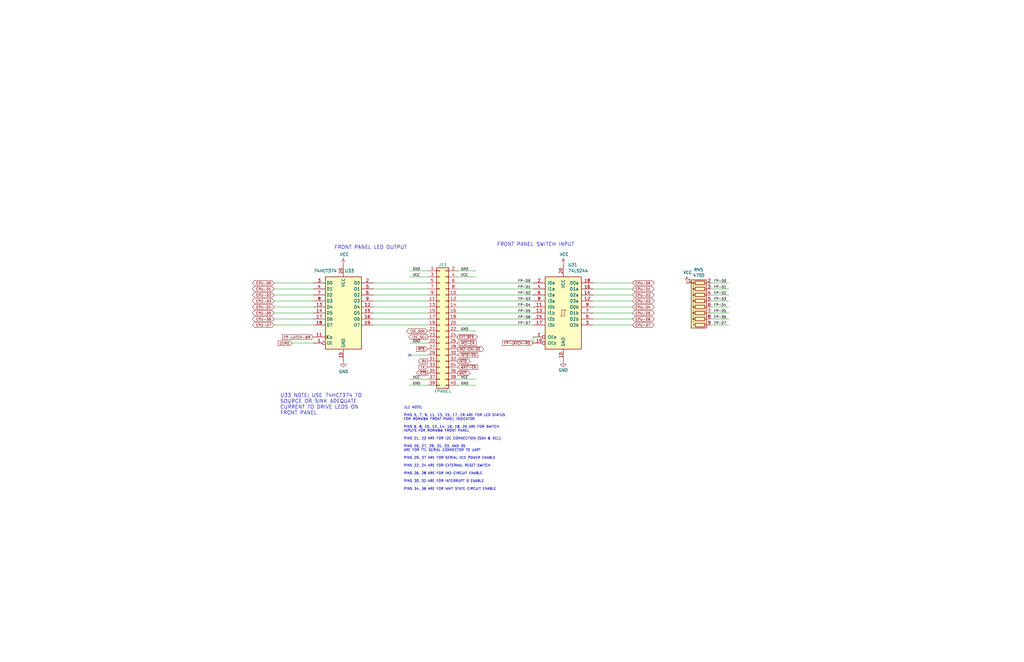
<source format=kicad_sch>
(kicad_sch (version 20211123) (generator eeschema)
  (paper "B")
  (lib_symbols
    (symbol "74xx:74HCT374"
      (property "Reference" "U" (at -7.62 16.51 0))
      (property "Value" "74HCT374" (at -7.62 -16.51 0))
      (symbol "74HCT374_1_0"
        (pin input inverted (at -12.7 -12.7 0) (length 5.08) (name "OE") (number "1"))
        (pin power_in line (at 0 -20.32 90) (length 5.08) (name "GND") (number "10"))
        (pin input clock (at -12.7 -10.16 0) (length 5.08) (name "Cp") (number "11"))
        (pin tri_state line (at 12.7 2.54 180) (length 5.08) (name "O4") (number "12"))
        (pin input line (at -12.7 2.54 0) (length 5.08) (name "D4") (number "13"))
        (pin input line (at -12.7 0 0) (length 5.08) (name "D5") (number "14"))
        (pin tri_state line (at 12.7 0 180) (length 5.08) (name "O5") (number "15"))
        (pin tri_state line (at 12.7 -2.54 180) (length 5.08) (name "O6") (number "16"))
        (pin input line (at -12.7 -2.54 0) (length 5.08) (name "D6") (number "17"))
        (pin input line (at -12.7 -5.08 0) (length 5.08) (name "D7") (number "18"))
        (pin tri_state line (at 12.7 -5.08 180) (length 5.08) (name "O7") (number "19"))
        (pin tri_state line (at 12.7 12.7 180) (length 5.08) (name "O0") (number "2"))
        (pin power_in line (at 0 20.32 270) (length 5.08) (name "VCC") (number "20"))
        (pin input line (at -12.7 12.7 0) (length 5.08) (name "D0") (number "3"))
        (pin input line (at -12.7 10.16 0) (length 5.08) (name "D1") (number "4"))
        (pin tri_state line (at 12.7 10.16 180) (length 5.08) (name "O1") (number "5"))
        (pin tri_state line (at 12.7 7.62 180) (length 5.08) (name "O2") (number "6"))
        (pin input line (at -12.7 7.62 0) (length 5.08) (name "D2") (number "7"))
        (pin input line (at -12.7 5.08 0) (length 5.08) (name "D3") (number "8"))
        (pin tri_state line (at 12.7 5.08 180) (length 5.08) (name "O3") (number "9"))
      )
      (symbol "74HCT374_1_1"
        (rectangle (start -7.62 15.24) (end 7.62 -15.24) (stroke (width 0.254)) (fill (type background)))
      )
    )
    (symbol "74xx:74LS244" (pin_names (offset 1.016))
      (property "Reference" "U" (at -7.62 16.51 0))
      (property "Value" "74LS244" (at -7.62 -16.51 0))
      (symbol "74LS244_1_0"
        (polyline (pts (xy -0.635 -1.27) (xy -0.635 1.27) (xy 0.635 1.27)))
        (polyline (pts (xy -1.27 -1.27) (xy 0.635 -1.27) (xy 0.635 1.27) (xy 1.27 1.27)))
        (pin input inverted (at -12.7 -10.16 0) (length 5.08) (name "OEa") (number "1"))
        (pin power_in line (at 0 -20.32 90) (length 5.08) (name "GND") (number "10"))
        (pin input line (at -12.7 2.54 0) (length 5.08) (name "I0b") (number "11"))
        (pin tri_state line (at 12.7 5.08 180) (length 5.08) (name "O3a") (number "12"))
        (pin input line (at -12.7 0 0) (length 5.08) (name "I1b") (number "13"))
        (pin tri_state line (at 12.7 7.62 180) (length 5.08) (name "O2a") (number "14"))
        (pin input line (at -12.7 -2.54 0) (length 5.08) (name "I2b") (number "15"))
        (pin tri_state line (at 12.7 10.16 180) (length 5.08) (name "O1a") (number "16"))
        (pin input line (at -12.7 -5.08 0) (length 5.08) (name "I3b") (number "17"))
        (pin tri_state line (at 12.7 12.7 180) (length 5.08) (name "O0a") (number "18"))
        (pin input inverted (at -12.7 -12.7 0) (length 5.08) (name "OEb") (number "19"))
        (pin input line (at -12.7 12.7 0) (length 5.08) (name "I0a") (number "2"))
        (pin power_in line (at 0 20.32 270) (length 5.08) (name "VCC") (number "20"))
        (pin tri_state line (at 12.7 -5.08 180) (length 5.08) (name "O3b") (number "3"))
        (pin input line (at -12.7 10.16 0) (length 5.08) (name "I1a") (number "4"))
        (pin tri_state line (at 12.7 -2.54 180) (length 5.08) (name "O2b") (number "5"))
        (pin input line (at -12.7 7.62 0) (length 5.08) (name "I2a") (number "6"))
        (pin tri_state line (at 12.7 0 180) (length 5.08) (name "O1b") (number "7"))
        (pin input line (at -12.7 5.08 0) (length 5.08) (name "I3a") (number "8"))
        (pin tri_state line (at 12.7 2.54 180) (length 5.08) (name "O0b") (number "9"))
      )
      (symbol "74LS244_1_1"
        (rectangle (start -7.62 15.24) (end 7.62 -15.24) (stroke (width 0.254)) (fill (type background)))
      )
    )
    (symbol "Connector_Generic:Conn_02x20_Odd_Even" (pin_names (offset 1.016) hide)
      (property "Reference" "J" (at 1.27 25.4 0))
      (property "Value" "Conn_02x20_Odd_Even" (at 1.27 -27.94 0))
      (symbol "Conn_02x20_Odd_Even_1_1"
        (rectangle (start -1.27 -25.273) (end 0 -25.527) (stroke (width 0.1524)))
        (rectangle (start -1.27 -22.733) (end 0 -22.987) (stroke (width 0.1524)))
        (rectangle (start -1.27 -20.193) (end 0 -20.447) (stroke (width 0.1524)))
        (rectangle (start -1.27 -17.653) (end 0 -17.907) (stroke (width 0.1524)))
        (rectangle (start -1.27 -15.113) (end 0 -15.367) (stroke (width 0.1524)))
        (rectangle (start -1.27 -12.573) (end 0 -12.827) (stroke (width 0.1524)))
        (rectangle (start -1.27 -10.033) (end 0 -10.287) (stroke (width 0.1524)))
        (rectangle (start -1.27 -7.493) (end 0 -7.747) (stroke (width 0.1524)))
        (rectangle (start -1.27 -4.953) (end 0 -5.207) (stroke (width 0.1524)))
        (rectangle (start -1.27 -2.413) (end 0 -2.667) (stroke (width 0.1524)))
        (rectangle (start -1.27 0.127) (end 0 -0.127) (stroke (width 0.1524)))
        (rectangle (start -1.27 2.667) (end 0 2.413) (stroke (width 0.1524)))
        (rectangle (start -1.27 5.207) (end 0 4.953) (stroke (width 0.1524)))
        (rectangle (start -1.27 7.747) (end 0 7.493) (stroke (width 0.1524)))
        (rectangle (start -1.27 10.287) (end 0 10.033) (stroke (width 0.1524)))
        (rectangle (start -1.27 12.827) (end 0 12.573) (stroke (width 0.1524)))
        (rectangle (start -1.27 15.367) (end 0 15.113) (stroke (width 0.1524)))
        (rectangle (start -1.27 17.907) (end 0 17.653) (stroke (width 0.1524)))
        (rectangle (start -1.27 20.447) (end 0 20.193) (stroke (width 0.1524)))
        (rectangle (start -1.27 22.987) (end 0 22.733) (stroke (width 0.1524)))
        (rectangle (start -1.27 24.13) (end 3.81 -26.67) (stroke (width 0.254)) (fill (type background)))
        (rectangle (start 3.81 -25.273) (end 2.54 -25.527) (stroke (width 0.1524)))
        (rectangle (start 3.81 -22.733) (end 2.54 -22.987) (stroke (width 0.1524)))
        (rectangle (start 3.81 -20.193) (end 2.54 -20.447) (stroke (width 0.1524)))
        (rectangle (start 3.81 -17.653) (end 2.54 -17.907) (stroke (width 0.1524)))
        (rectangle (start 3.81 -15.113) (end 2.54 -15.367) (stroke (width 0.1524)))
        (rectangle (start 3.81 -12.573) (end 2.54 -12.827) (stroke (width 0.1524)))
        (rectangle (start 3.81 -10.033) (end 2.54 -10.287) (stroke (width 0.1524)))
        (rectangle (start 3.81 -7.493) (end 2.54 -7.747) (stroke (width 0.1524)))
        (rectangle (start 3.81 -4.953) (end 2.54 -5.207) (stroke (width 0.1524)))
        (rectangle (start 3.81 -2.413) (end 2.54 -2.667) (stroke (width 0.1524)))
        (rectangle (start 3.81 0.127) (end 2.54 -0.127) (stroke (width 0.1524)))
        (rectangle (start 3.81 2.667) (end 2.54 2.413) (stroke (width 0.1524)))
        (rectangle (start 3.81 5.207) (end 2.54 4.953) (stroke (width 0.1524)))
        (rectangle (start 3.81 7.747) (end 2.54 7.493) (stroke (width 0.1524)))
        (rectangle (start 3.81 10.287) (end 2.54 10.033) (stroke (width 0.1524)))
        (rectangle (start 3.81 12.827) (end 2.54 12.573) (stroke (width 0.1524)))
        (rectangle (start 3.81 15.367) (end 2.54 15.113) (stroke (width 0.1524)))
        (rectangle (start 3.81 17.907) (end 2.54 17.653) (stroke (width 0.1524)))
        (rectangle (start 3.81 20.447) (end 2.54 20.193) (stroke (width 0.1524)))
        (rectangle (start 3.81 22.987) (end 2.54 22.733) (stroke (width 0.1524)))
        (pin passive line (at -5.08 22.86 0) (length 3.81) (name "Pin_1") (number "1"))
        (pin passive line (at 7.62 12.7 180) (length 3.81) (name "Pin_10") (number "10"))
        (pin passive line (at -5.08 10.16 0) (length 3.81) (name "Pin_11") (number "11"))
        (pin passive line (at 7.62 10.16 180) (length 3.81) (name "Pin_12") (number "12"))
        (pin passive line (at -5.08 7.62 0) (length 3.81) (name "Pin_13") (number "13"))
        (pin passive line (at 7.62 7.62 180) (length 3.81) (name "Pin_14") (number "14"))
        (pin passive line (at -5.08 5.08 0) (length 3.81) (name "Pin_15") (number "15"))
        (pin passive line (at 7.62 5.08 180) (length 3.81) (name "Pin_16") (number "16"))
        (pin passive line (at -5.08 2.54 0) (length 3.81) (name "Pin_17") (number "17"))
        (pin passive line (at 7.62 2.54 180) (length 3.81) (name "Pin_18") (number "18"))
        (pin passive line (at -5.08 0 0) (length 3.81) (name "Pin_19") (number "19"))
        (pin passive line (at 7.62 22.86 180) (length 3.81) (name "Pin_2") (number "2"))
        (pin passive line (at 7.62 0 180) (length 3.81) (name "Pin_20") (number "20"))
        (pin passive line (at -5.08 -2.54 0) (length 3.81) (name "Pin_21") (number "21"))
        (pin passive line (at 7.62 -2.54 180) (length 3.81) (name "Pin_22") (number "22"))
        (pin passive line (at -5.08 -5.08 0) (length 3.81) (name "Pin_23") (number "23"))
        (pin passive line (at 7.62 -5.08 180) (length 3.81) (name "Pin_24") (number "24"))
        (pin passive line (at -5.08 -7.62 0) (length 3.81) (name "Pin_25") (number "25"))
        (pin passive line (at 7.62 -7.62 180) (length 3.81) (name "Pin_26") (number "26"))
        (pin passive line (at -5.08 -10.16 0) (length 3.81) (name "Pin_27") (number "27"))
        (pin passive line (at 7.62 -10.16 180) (length 3.81) (name "Pin_28") (number "28"))
        (pin passive line (at -5.08 -12.7 0) (length 3.81) (name "Pin_29") (number "29"))
        (pin passive line (at -5.08 20.32 0) (length 3.81) (name "Pin_3") (number "3"))
        (pin passive line (at 7.62 -12.7 180) (length 3.81) (name "Pin_30") (number "30"))
        (pin passive line (at -5.08 -15.24 0) (length 3.81) (name "Pin_31") (number "31"))
        (pin passive line (at 7.62 -15.24 180) (length 3.81) (name "Pin_32") (number "32"))
        (pin passive line (at -5.08 -17.78 0) (length 3.81) (name "Pin_33") (number "33"))
        (pin passive line (at 7.62 -17.78 180) (length 3.81) (name "Pin_34") (number "34"))
        (pin passive line (at -5.08 -20.32 0) (length 3.81) (name "Pin_35") (number "35"))
        (pin passive line (at 7.62 -20.32 180) (length 3.81) (name "Pin_36") (number "36"))
        (pin passive line (at -5.08 -22.86 0) (length 3.81) (name "Pin_37") (number "37"))
        (pin passive line (at 7.62 -22.86 180) (length 3.81) (name "Pin_38") (number "38"))
        (pin passive line (at -5.08 -25.4 0) (length 3.81) (name "Pin_39") (number "39"))
        (pin passive line (at 7.62 20.32 180) (length 3.81) (name "Pin_4") (number "4"))
        (pin passive line (at 7.62 -25.4 180) (length 3.81) (name "Pin_40") (number "40"))
        (pin passive line (at -5.08 17.78 0) (length 3.81) (name "Pin_5") (number "5"))
        (pin passive line (at 7.62 17.78 180) (length 3.81) (name "Pin_6") (number "6"))
        (pin passive line (at -5.08 15.24 0) (length 3.81) (name "Pin_7") (number "7"))
        (pin passive line (at 7.62 15.24 180) (length 3.81) (name "Pin_8") (number "8"))
        (pin passive line (at -5.08 12.7 0) (length 3.81) (name "Pin_9") (number "9"))
      )
    )
    (symbol "Device:R_Network08" (pin_names (offset 0) hide)
      (property "Reference" "RN" (at -12.7 0 90))
      (property "Value" "R_Network08" (at 10.16 0 90))
      (symbol "R_Network08_0_1"
        (rectangle (start -11.43 -3.175) (end 8.89 3.175) (stroke (width 0.254)) (fill (type background)))
        (rectangle (start -10.922 1.524) (end -9.398 -2.54) (stroke (width 0.254)))
        (circle (center -10.16 2.286) (radius 0.254) (fill (type outline)))
        (rectangle (start -8.382 1.524) (end -6.858 -2.54) (stroke (width 0.254)))
        (circle (center -7.62 2.286) (radius 0.254) (fill (type outline)))
        (rectangle (start -5.842 1.524) (end -4.318 -2.54) (stroke (width 0.254)))
        (circle (center -5.08 2.286) (radius 0.254) (fill (type outline)))
        (rectangle (start -3.302 1.524) (end -1.778 -2.54) (stroke (width 0.254)))
        (circle (center -2.54 2.286) (radius 0.254) (fill (type outline)))
        (rectangle (start -0.762 1.524) (end 0.762 -2.54) (stroke (width 0.254)))
        (polyline (pts (xy -10.16 -2.54) (xy -10.16 -3.81)))
        (polyline (pts (xy -7.62 -2.54) (xy -7.62 -3.81)))
        (polyline (pts (xy -5.08 -2.54) (xy -5.08 -3.81)))
        (polyline (pts (xy -2.54 -2.54) (xy -2.54 -3.81)))
        (polyline (pts (xy 0 -2.54) (xy 0 -3.81)))
        (polyline (pts (xy 2.54 -2.54) (xy 2.54 -3.81)))
        (polyline (pts (xy 5.08 -2.54) (xy 5.08 -3.81)))
        (polyline (pts (xy 7.62 -2.54) (xy 7.62 -3.81)))
        (polyline (pts (xy -10.16 1.524) (xy -10.16 2.286) (xy -7.62 2.286) (xy -7.62 1.524)))
        (polyline (pts (xy -7.62 1.524) (xy -7.62 2.286) (xy -5.08 2.286) (xy -5.08 1.524)))
        (polyline (pts (xy -5.08 1.524) (xy -5.08 2.286) (xy -2.54 2.286) (xy -2.54 1.524)))
        (polyline (pts (xy -2.54 1.524) (xy -2.54 2.286) (xy 0 2.286) (xy 0 1.524)))
        (polyline (pts (xy 0 1.524) (xy 0 2.286) (xy 2.54 2.286) (xy 2.54 1.524)))
        (polyline (pts (xy 2.54 1.524) (xy 2.54 2.286) (xy 5.08 2.286) (xy 5.08 1.524)))
        (polyline (pts (xy 5.08 1.524) (xy 5.08 2.286) (xy 7.62 2.286) (xy 7.62 1.524)))
        (circle (center 0 2.286) (radius 0.254) (fill (type outline)))
        (rectangle (start 1.778 1.524) (end 3.302 -2.54) (stroke (width 0.254)))
        (circle (center 2.54 2.286) (radius 0.254) (fill (type outline)))
        (rectangle (start 4.318 1.524) (end 5.842 -2.54) (stroke (width 0.254)))
        (circle (center 5.08 2.286) (radius 0.254) (fill (type outline)))
        (rectangle (start 6.858 1.524) (end 8.382 -2.54) (stroke (width 0.254)))
      )
      (symbol "R_Network08_1_1"
        (pin passive line (at -10.16 5.08 270) (length 2.54) (name "common") (number "1"))
        (pin passive line (at -10.16 -5.08 90) (length 1.27) (name "R1") (number "2"))
        (pin passive line (at -7.62 -5.08 90) (length 1.27) (name "R2") (number "3"))
        (pin passive line (at -5.08 -5.08 90) (length 1.27) (name "R3") (number "4"))
        (pin passive line (at -2.54 -5.08 90) (length 1.27) (name "R4") (number "5"))
        (pin passive line (at 0 -5.08 90) (length 1.27) (name "R5") (number "6"))
        (pin passive line (at 2.54 -5.08 90) (length 1.27) (name "R6") (number "7"))
        (pin passive line (at 5.08 -5.08 90) (length 1.27) (name "R7") (number "8"))
        (pin passive line (at 7.62 -5.08 90) (length 1.27) (name "R8") (number "9"))
      )
    )
    (symbol "power:GND" (power) (pin_names (offset 0))
      (property "Value" "GND" (at 0 -3.81 0))
      (symbol "GND_0_1"
        (polyline (pts (xy 0 0) (xy 0 -1.27) (xy 1.27 -1.27) (xy 0 -2.54) (xy -1.27 -1.27) (xy 0 -1.27)))
      )
      (symbol "GND_1_1"
        (pin power_in line (at 0 0 270) (length 0) hide (name "GND") (number "1"))
      )
    )
    (symbol "power:VCC" (power) (pin_names (offset 0))
      (property "Value" "VCC" (at 0 3.81 0))
      (symbol "VCC_0_1"
        (polyline (pts (xy -0.762 1.27) (xy 0 2.54)))
        (polyline (pts (xy 0 0) (xy 0 2.54)))
        (polyline (pts (xy 0 2.54) (xy 0.762 1.27)))
      )
      (symbol "VCC_1_1"
        (pin power_in line (at 0 0 90) (length 0) hide (name "VCC") (number "1"))
      )
    )
  )
  (no_connect (at 172.72 149.86))
  (wire (pts (xy 193.04 114.3) (xy 200.66 114.3)))
  (wire (pts (xy 115.57 127) (xy 132.08 127)))
  (wire (pts (xy 299.72 127) (xy 307.34 127)))
  (wire (pts (xy 299.72 129.54) (xy 307.34 129.54)))
  (wire (pts (xy 250.19 121.92) (xy 266.7 121.92)))
  (wire (pts (xy 193.04 121.92) (xy 224.79 121.92)))
  (wire (pts (xy 157.48 134.62) (xy 180.34 134.62)))
  (wire (pts (xy 115.57 134.62) (xy 132.08 134.62)))
  (wire (pts (xy 193.04 124.46) (xy 224.79 124.46)))
  (wire (pts (xy 224.79 142.24) (xy 224.79 144.78)))
  (wire (pts (xy 172.72 160.02) (xy 180.34 160.02)))
  (wire (pts (xy 172.72 162.56) (xy 180.34 162.56)))
  (wire (pts (xy 172.72 114.3) (xy 180.34 114.3)))
  (wire (pts (xy 193.04 119.38) (xy 224.79 119.38)))
  (wire (pts (xy 193.04 160.02) (xy 200.66 160.02)))
  (wire (pts (xy 250.19 124.46) (xy 266.7 124.46)))
  (wire (pts (xy 115.57 129.54) (xy 132.08 129.54)))
  (wire (pts (xy 250.19 129.54) (xy 266.7 129.54)))
  (wire (pts (xy 172.72 144.78) (xy 180.34 144.78)))
  (wire (pts (xy 193.04 116.84) (xy 200.66 116.84)))
  (wire (pts (xy 172.72 116.84) (xy 180.34 116.84)))
  (wire (pts (xy 193.04 129.54) (xy 224.79 129.54)))
  (wire (pts (xy 299.72 132.08) (xy 307.34 132.08)))
  (wire (pts (xy 193.04 132.08) (xy 224.79 132.08)))
  (wire (pts (xy 115.57 124.46) (xy 132.08 124.46)))
  (wire (pts (xy 157.48 137.16) (xy 180.34 137.16)))
  (wire (pts (xy 299.72 134.62) (xy 307.34 134.62)))
  (wire (pts (xy 193.04 137.16) (xy 224.79 137.16)))
  (wire (pts (xy 157.48 124.46) (xy 180.34 124.46)))
  (wire (pts (xy 250.19 127) (xy 266.7 127)))
  (wire (pts (xy 172.72 149.86) (xy 180.34 149.86)))
  (wire (pts (xy 250.19 119.38) (xy 266.7 119.38)))
  (wire (pts (xy 157.48 121.92) (xy 180.34 121.92)))
  (wire (pts (xy 157.48 129.54) (xy 180.34 129.54)))
  (wire (pts (xy 299.72 137.16) (xy 307.34 137.16)))
  (wire (pts (xy 115.57 119.38) (xy 132.08 119.38)))
  (wire (pts (xy 193.04 162.56) (xy 200.66 162.56)))
  (wire (pts (xy 193.04 139.7) (xy 200.66 139.7)))
  (wire (pts (xy 115.57 132.08) (xy 132.08 132.08)))
  (wire (pts (xy 250.19 137.16) (xy 266.7 137.16)))
  (wire (pts (xy 115.57 137.16) (xy 132.08 137.16)))
  (wire (pts (xy 193.04 134.62) (xy 224.79 134.62)))
  (wire (pts (xy 193.04 127) (xy 224.79 127)))
  (wire (pts (xy 299.72 119.38) (xy 307.34 119.38)))
  (wire (pts (xy 157.48 127) (xy 180.34 127)))
  (wire (pts (xy 299.72 121.92) (xy 307.34 121.92)))
  (wire (pts (xy 157.48 119.38) (xy 180.34 119.38)))
  (wire (pts (xy 250.19 132.08) (xy 266.7 132.08)))
  (wire (pts (xy 157.48 132.08) (xy 180.34 132.08)))
  (wire (pts (xy 299.72 124.46) (xy 307.34 124.46)))
  (wire (pts (xy 115.57 121.92) (xy 132.08 121.92)))
  (wire (pts (xy 123.19 144.78) (xy 132.08 144.78)))
  (wire (pts (xy 250.19 134.62) (xy 266.7 134.62)))
  (text "J11 NOTE: \n\nPINS 5, 7, 9, 11, 13, 15, 17, 19 ARE FOR LED STATUS\nFOR ROMWBW FRONT PANEL INDICATOR\n\nPINS 6, 8, 10, 12, 14, 16, 18, 20 ARE FOR SWITCH\nINPUTS FOR ROMWBW FRONT PANEL\n\nPINS 21, 23 ARE FOR I2C CONNECTION (SDA & SCL)\n\nPINS 25, 27, 29, 31, 33, AND 35\nARE FOR TTL SERIAL CONNECTOR TO UART\n\nPINS 29, 37 ARE FOR SERIAL VCC POWER ENABLE\n\nPINS 22, 24 ARE FOR EXTERNAL RESET SWITCH\n\nPINS 26, 28 ARE FOR IM2 CIRCUIT ENABLE\n\nPINS 30, 32 ARE FOR INTERRUPT 0 ENABLE\n\nPINS 34, 36 ARE FOR WAIT STATE CIRCUIT ENABLE" (at 170.18 207.01 0) (effects (font (size 1.016 1.016)) (justify left bottom)))
  (text "U33 NOTE: USE 74HCT374 TO\nSOURCE OR SINK ADEQUATE\nCURRENT TO DRIVE LEDS ON\nFRONT PANEL" (at 118.11 175.26 0) (effects (font (size 1.524 1.524)) (justify left bottom)))
  (text "FRONT PANEL SWITCH INPUT" (at 209.55 104.14 0) (effects (font (size 1.524 1.524)) (justify left bottom)))
  (text "FRONT PANEL LED OUTPUT" (at 140.97 105.41 0) (effects (font (size 1.524 1.524)) (justify left bottom)))
  (label "FP-D4" (at 300.99 129.54 0) (effects (font (size 1.016 1.016))))
  (label "FP-D6" (at 218.44 134.62 0) (effects (font (size 1.016 1.016))))
  (label "GND" (at 194.31 139.7 0) (effects (font (size 1.016 1.016))))
  (label "GND" (at 194.31 114.3 0) (effects (font (size 1.016 1.016))))
  (label "GND" (at 173.99 162.56 0) (effects (font (size 1.016 1.016))))
  (label "VCC" (at 194.31 160.02 0) (effects (font (size 1.016 1.016))))
  (label "VCC" (at 173.99 160.02 0) (effects (font (size 1.016 1.016))))
  (label "FP-D0" (at 218.44 119.38 0) (effects (font (size 1.016 1.016))))
  (label "FP-D1" (at 300.99 121.92 0) (effects (font (size 1.016 1.016))))
  (label "VCC" (at 194.31 116.84 0) (effects (font (size 1.016 1.016))))
  (label "FP-D1" (at 218.44 121.92 0) (effects (font (size 1.016 1.016))))
  (label "FP-D2" (at 218.44 124.46 0) (effects (font (size 1.016 1.016))))
  (label "FP-D5" (at 218.44 132.08 0) (effects (font (size 1.016 1.016))))
  (label "FP-D7" (at 300.99 137.16 0) (effects (font (size 1.016 1.016))))
  (label "GND" (at 194.31 162.56 0) (effects (font (size 1.016 1.016))))
  (label "FP-D0" (at 300.99 119.38 0) (effects (font (size 1.016 1.016))))
  (label "FP-D3" (at 218.44 127 0) (effects (font (size 1.016 1.016))))
  (label "VCC" (at 173.99 116.84 0) (effects (font (size 1.016 1.016))))
  (label "FP-D4" (at 218.44 129.54 0) (effects (font (size 1.016 1.016))))
  (label "FP-D3" (at 300.99 127 0) (effects (font (size 1.016 1.016))))
  (label "FP-D5" (at 300.99 132.08 0) (effects (font (size 1.016 1.016))))
  (label "FP-D6" (at 300.99 134.62 0) (effects (font (size 1.016 1.016))))
  (label "FP-D2" (at 300.99 124.46 0) (effects (font (size 1.016 1.016))))
  (label "FP-D7" (at 218.44 137.16 0) (effects (font (size 1.016 1.016))))
  (label "GND" (at 173.99 144.78 0) (effects (font (size 1.016 1.016))))
  (label "GND" (at 173.99 114.3 0) (effects (font (size 1.016 1.016))))
  (global_label "CPU-D5" (shape bidirectional) (at 266.7 132.08 0) (effects (font (size 1.016 1.016))) (property "Intersheet References" "${INTERSHEET_REFS}" (effects hide)))
  (global_label "CPU-D6" (shape bidirectional) (at 115.57 134.62 180) (effects (font (size 1.016 1.016))) (property "Intersheet References" "${INTERSHEET_REFS}" (effects hide)))
  (global_label "CPU-D7" (shape bidirectional) (at 115.57 137.16 180) (effects (font (size 1.016 1.016))) (property "Intersheet References" "${INTERSHEET_REFS}" (effects hide)))
  (global_label "~{EXT_RES}" (shape output) (at 193.04 142.24 0) (effects (font (size 1.016 1.016))) (property "Intersheet References" "${INTERSHEET_REFS}" (effects hide)))
  (global_label "TX" (shape input) (at 180.34 154.94 180) (effects (font (size 1.016 1.016))) (property "Intersheet References" "${INTERSHEET_REFS}" (effects hide)))
  (global_label "I2C_SDA" (shape bidirectional) (at 180.34 139.7 180) (effects (font (size 1.016 1.016))) (property "Intersheet References" "${INTERSHEET_REFS}" (effects hide)))
  (global_label "CPU-D0" (shape bidirectional) (at 115.57 119.38 180) (effects (font (size 1.016 1.016))) (property "Intersheet References" "${INTERSHEET_REFS}" (effects hide)))
  (global_label "CPU-D3" (shape bidirectional) (at 115.57 127 180) (effects (font (size 1.016 1.016))) (property "Intersheet References" "${INTERSHEET_REFS}" (effects hide)))
  (global_label "RX" (shape output) (at 180.34 152.4 180) (effects (font (size 1.016 1.016))) (property "Intersheet References" "${INTERSHEET_REFS}" (effects hide)))
  (global_label "FP-LATCH-WR" (shape input) (at 132.08 142.24 180) (effects (font (size 1.016 1.016))) (property "Intersheet References" "${INTERSHEET_REFS}" (effects hide)))
  (global_label "CPU-D0" (shape bidirectional) (at 266.7 119.38 0) (effects (font (size 1.016 1.016))) (property "Intersheet References" "${INTERSHEET_REFS}" (effects hide)))
  (global_label "CPU-D4" (shape bidirectional) (at 115.57 129.54 180) (effects (font (size 1.016 1.016))) (property "Intersheet References" "${INTERSHEET_REFS}" (effects hide)))
  (global_label "CPU-D1" (shape bidirectional) (at 266.7 121.92 0) (effects (font (size 1.016 1.016))) (property "Intersheet References" "${INTERSHEET_REFS}" (effects hide)))
  (global_label "CPU-D2" (shape bidirectional) (at 115.57 124.46 180) (effects (font (size 1.016 1.016))) (property "Intersheet References" "${INTERSHEET_REFS}" (effects hide)))
  (global_label "~{INT0-EN}" (shape input) (at 193.04 149.86 0) (effects (font (size 1.016 1.016))) (property "Intersheet References" "${INTERSHEET_REFS}" (effects hide)))
  (global_label "~{WAIT}" (shape output) (at 193.04 157.48 0) (effects (font (size 1.016 1.016))) (property "Intersheet References" "${INTERSHEET_REFS}" (effects hide)))
  (global_label "CPU-D5" (shape bidirectional) (at 115.57 132.08 180) (effects (font (size 1.016 1.016))) (property "Intersheet References" "${INTERSHEET_REFS}" (effects hide)))
  (global_label "~{INT0}" (shape output) (at 193.04 152.4 0) (effects (font (size 1.016 1.016))) (property "Intersheet References" "${INTERSHEET_REFS}" (effects hide)))
  (global_label "CPU-D4" (shape bidirectional) (at 266.7 129.54 0) (effects (font (size 1.016 1.016))) (property "Intersheet References" "${INTERSHEET_REFS}" (effects hide)))
  (global_label "CPU-D1" (shape bidirectional) (at 115.57 121.92 180) (effects (font (size 1.016 1.016))) (property "Intersheet References" "${INTERSHEET_REFS}" (effects hide)))
  (global_label "ZERO" (shape input) (at 123.19 144.78 180) (effects (font (size 1.016 1.016))) (property "Intersheet References" "${INTERSHEET_REFS}" (effects hide)))
  (global_label "~{FP-LATCH-RD}" (shape input) (at 224.79 144.78 180) (effects (font (size 1.016 1.016))) (property "Intersheet References" "${INTERSHEET_REFS}" (effects hide)))
  (global_label "~{RTS}" (shape input) (at 180.34 147.32 180) (effects (font (size 1.016 1.016))) (property "Intersheet References" "${INTERSHEET_REFS}" (effects hide)))
  (global_label "CPU-D3" (shape bidirectional) (at 266.7 127 0) (effects (font (size 1.016 1.016))) (property "Intersheet References" "${INTERSHEET_REFS}" (effects hide)))
  (global_label "CPU-D7" (shape bidirectional) (at 266.7 137.16 0) (effects (font (size 1.016 1.016))) (property "Intersheet References" "${INTERSHEET_REFS}" (effects hide)))
  (global_label "~{CTS}" (shape output) (at 180.34 157.48 180) (effects (font (size 1.016 1.016))) (property "Intersheet References" "${INTERSHEET_REFS}" (effects hide)))
  (global_label "~{IM2-EN}" (shape input) (at 193.04 144.78 0) (effects (font (size 1.016 1.016))) (property "Intersheet References" "${INTERSHEET_REFS}" (effects hide)))
  (global_label "CPU-D2" (shape bidirectional) (at 266.7 124.46 0) (effects (font (size 1.016 1.016))) (property "Intersheet References" "${INTERSHEET_REFS}" (effects hide)))
  (global_label "~{IM2-EN-OE}" (shape output) (at 193.04 147.32 0) (effects (font (size 1.016 1.016))) (property "Intersheet References" "${INTERSHEET_REFS}" (effects hide)))
  (global_label "~{WAIT-EN}" (shape input) (at 193.04 154.94 0) (effects (font (size 1.016 1.016))) (property "Intersheet References" "${INTERSHEET_REFS}" (effects hide)))
  (global_label "CPU-D6" (shape bidirectional) (at 266.7 134.62 0) (effects (font (size 1.016 1.016))) (property "Intersheet References" "${INTERSHEET_REFS}" (effects hide)))
  (global_label "I2C_SCL" (shape output) (at 180.34 142.24 180) (effects (font (size 1.016 1.016))) (property "Intersheet References" "${INTERSHEET_REFS}" (effects hide)))
  (symbol (lib_id "power:GND") (at 237.49 152.4 0) (unit 1)
    (property "Reference" "#PWR0141" (effects hide))
    (property "Value" "GND" (at 237.49 156.21 0))
  )
  (symbol (lib_id "power:VCC") (at 237.49 111.76 0) (unit 1)
    (property "Reference" "#PWR0142" (effects hide))
    (property "Value" "VCC" (at 237.871 107.3658 0))
  )
  (symbol (lib_id "Connector_Generic:Conn_02x20_Odd_Even") (at 185.42 137.16 0) (unit 1)
    (property "Reference" "J11" (at 186.69 111.76 0))
    (property "Value" "FPANEL" (at 186.69 165.1 0))
    (property "Footprint" "Connector_IDC:IDC-Header_2x20_P2.54mm_Horizontal" (effects hide))
  )
  (symbol (lib_id "Device:R_Network08") (at 294.64 129.54 90) (mirror x) (unit 1)
    (property "Reference" "RN5" (at 294.64 113.8682 90))
    (property "Value" "4700" (at 294.64 116.1796 90))
    (property "Footprint" "Resistor_THT:R_Array_SIP9" (effects hide))
    (property "Datasheet" "http://www.vishay.com/docs/31509/csc.pdf" (effects hide))
  )
  (symbol (lib_id "power:VCC") (at 289.56 119.38 0) (unit 1)
    (property "Reference" "#PWR0143" (effects hide))
    (property "Value" "VCC" (at 289.941 114.9858 0))
  )
  (symbol (lib_id "power:GND") (at 144.78 152.4 0) (unit 1)
    (property "Reference" "#PWR0144" (effects hide))
    (property "Value" "GND" (at 144.907 156.7942 0))
  )
  (symbol (lib_id "power:VCC") (at 144.78 111.76 0) (unit 1)
    (property "Reference" "#PWR0145" (effects hide))
    (property "Value" "VCC" (at 145.161 107.3658 0))
  )
  (symbol (lib_id "74xx:74HCT374") (at 144.78 132.08 0) (unit 1)
    (property "Reference" "U33" (at 147.32 114.3 0))
    (property "Value" "74HCT374" (at 137.16 114.3 0))
    (property "Footprint" "Package_DIP:DIP-20_W7.62mm" (effects hide))
    (property "Datasheet" "https://www.ti.com/lit/ds/symlink/cd74hct374.pdf" (effects hide))
  )
  (symbol (lib_id "74xx:74LS244") (at 237.49 132.08 0) (unit 1)
    (property "Reference" "U31" (at 239.5094 111.76 0) (effects (justify left)))
    (property "Value" "74LS244" (at 239.5094 114.3 0) (effects (justify left)))
    (property "Footprint" "Package_DIP:DIP-20_W7.62mm" (effects hide))
    (property "Datasheet" "http://www.ti.com/lit/ds/symlink/sn74ls244.pdf" (effects hide))
  )
)
</source>
